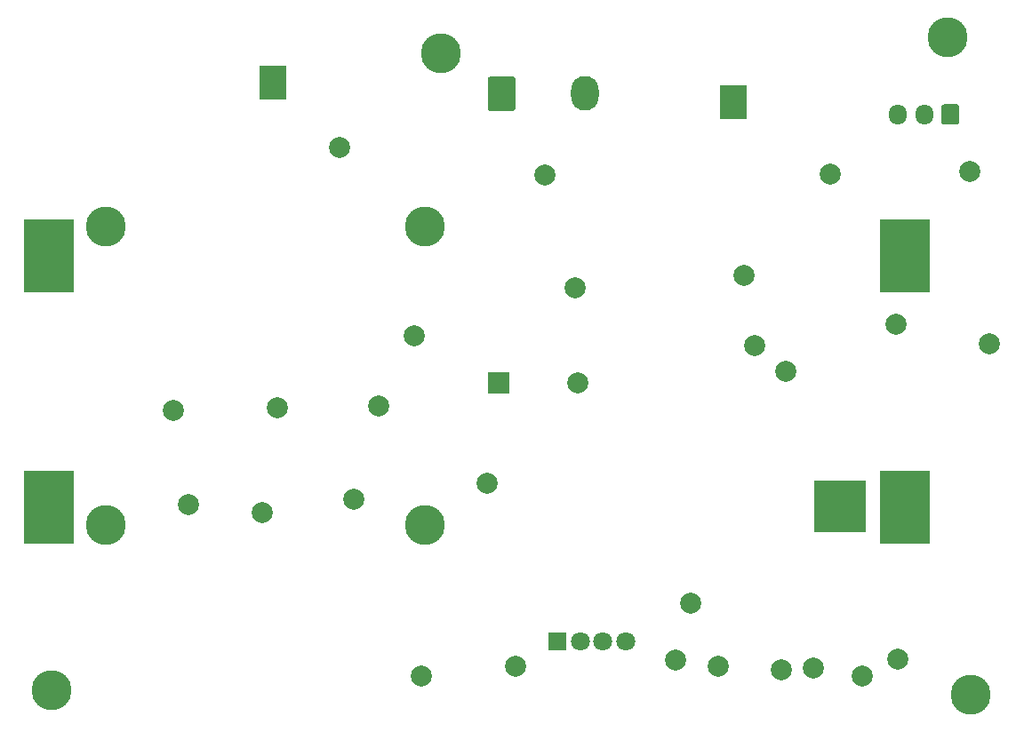
<source format=gbr>
%TF.GenerationSoftware,KiCad,Pcbnew,(5.1.10-1-10_14)*%
%TF.CreationDate,2022-01-20T11:14:49-05:00*%
%TF.ProjectId,PCB_Design,5043425f-4465-4736-9967-6e2e6b696361,rev?*%
%TF.SameCoordinates,Original*%
%TF.FileFunction,Soldermask,Bot*%
%TF.FilePolarity,Negative*%
%FSLAX46Y46*%
G04 Gerber Fmt 4.6, Leading zero omitted, Abs format (unit mm)*
G04 Created by KiCad (PCBNEW (5.1.10-1-10_14)) date 2022-01-20 11:14:49*
%MOMM*%
%LPD*%
G01*
G04 APERTURE LIST*
%ADD10C,2.000000*%
%ADD11R,5.000000X5.000000*%
%ADD12R,2.514000X3.200000*%
%ADD13O,2.640000X3.300000*%
%ADD14C,3.800000*%
%ADD15R,4.700000X7.000000*%
%ADD16R,2.000000X2.000000*%
%ADD17R,1.800000X1.800000*%
%ADD18C,1.800000*%
%ADD19O,1.700000X1.950000*%
G04 APERTURE END LIST*
D10*
%TO.C,REF\u002A\u002A*%
X94742000Y-104736900D03*
%TD*%
%TO.C,REF\u002A\u002A*%
X102501700Y-155130500D03*
%TD*%
%TO.C,REF\u002A\u002A*%
X111531400Y-154165300D03*
%TD*%
%TO.C,REF\u002A\u002A*%
X101879400Y-122720100D03*
%TD*%
%TO.C,REF\u002A\u002A*%
X98437700Y-129425700D03*
%TD*%
%TO.C,REF\u002A\u002A*%
X88811100Y-129514600D03*
%TD*%
%TO.C,REF\u002A\u002A*%
X134239000Y-123596400D03*
%TD*%
%TO.C,REF\u002A\u002A*%
X78892400Y-129832100D03*
%TD*%
D11*
%TO.C,U1*%
X142423500Y-138954000D03*
%TD*%
D10*
%TO.C,REF\u002A\u002A*%
X139865100Y-154393900D03*
%TD*%
%TO.C,REF\u002A\u002A*%
X147777200Y-121615200D03*
%TD*%
%TO.C,REF\u002A\u002A*%
X130810000Y-154228800D03*
%TD*%
%TO.C,REF\u002A\u002A*%
X136791700Y-154546300D03*
%TD*%
%TO.C,REF\u002A\u002A*%
X154762200Y-107022900D03*
%TD*%
%TO.C,REF\u002A\u002A*%
X147904200Y-153504900D03*
%TD*%
%TO.C,REF\u002A\u002A*%
X126720600Y-153581100D03*
%TD*%
%TO.C,REF\u002A\u002A*%
X114261900Y-107340400D03*
%TD*%
%TO.C,REF\u002A\u002A*%
X117182900Y-118148100D03*
%TD*%
%TO.C,REF\u002A\u002A*%
X108826300Y-136753600D03*
%TD*%
%TO.C,REF\u002A\u002A*%
X144513300Y-155105100D03*
%TD*%
%TO.C,REF\u002A\u002A*%
X156591000Y-123418600D03*
%TD*%
%TO.C,REF\u002A\u002A*%
X137210800Y-126123700D03*
%TD*%
%TO.C,REF\u002A\u002A*%
X128168400Y-148183600D03*
%TD*%
%TO.C,REF\u002A\u002A*%
X141516100Y-107302300D03*
%TD*%
%TO.C,REF\u002A\u002A*%
X80352900Y-138785600D03*
%TD*%
%TO.C,REF\u002A\u002A*%
X96088200Y-138277600D03*
%TD*%
%TO.C,REF\u002A\u002A*%
X133223000Y-116954300D03*
%TD*%
%TO.C,REF\u002A\u002A*%
X87388700Y-139560300D03*
%TD*%
D12*
%TO.C,IC1*%
X132207000Y-100457000D03*
%TD*%
%TO.C,J1*%
X88392000Y-98552000D03*
%TD*%
D13*
%TO.C,SW_ONOFF1*%
X118110000Y-99568000D03*
G36*
G01*
X111242500Y-101281500D02*
X109102500Y-101281500D01*
G75*
G02*
X108852500Y-101031500I0J250000D01*
G01*
X108852500Y-98231500D01*
G75*
G02*
X109102500Y-97981500I250000J0D01*
G01*
X111242500Y-97981500D01*
G75*
G02*
X111492500Y-98231500I0J-250000D01*
G01*
X111492500Y-101031500D01*
G75*
G02*
X111242500Y-101281500I-250000J0D01*
G01*
G37*
%TD*%
D14*
%TO.C,Conn_OLED1*%
X72493500Y-140760000D03*
X72493500Y-112260000D03*
X102893500Y-112260000D03*
X102893500Y-140760000D03*
%TD*%
%TO.C,Tornillo vier*%
X154825700Y-156895800D03*
%TD*%
%TO.C,Tornillo drei*%
X67310000Y-156464000D03*
%TD*%
%TO.C,Tornillo zwei*%
X152654000Y-94234000D03*
%TD*%
%TO.C,Tornillo eins*%
X104394000Y-95758000D03*
%TD*%
D15*
%TO.C,Battery1*%
X67068500Y-139001500D03*
X148568500Y-139001500D03*
%TD*%
%TO.C,Battery2*%
X148568500Y-115062000D03*
X67068500Y-115062000D03*
%TD*%
D16*
%TO.C,Buzzer1*%
X109855000Y-127190500D03*
D10*
X117455000Y-127190500D03*
%TD*%
D17*
%TO.C,D1*%
X115519200Y-151790400D03*
D18*
X117678200Y-151790400D03*
X119837200Y-151790400D03*
X121996200Y-151790400D03*
%TD*%
%TO.C,Sens_Temp1*%
G36*
G01*
X153758000Y-100875000D02*
X153758000Y-102325000D01*
G75*
G02*
X153508000Y-102575000I-250000J0D01*
G01*
X152308000Y-102575000D01*
G75*
G02*
X152058000Y-102325000I0J250000D01*
G01*
X152058000Y-100875000D01*
G75*
G02*
X152308000Y-100625000I250000J0D01*
G01*
X153508000Y-100625000D01*
G75*
G02*
X153758000Y-100875000I0J-250000D01*
G01*
G37*
D19*
X150408000Y-101600000D03*
X147908000Y-101600000D03*
%TD*%
M02*

</source>
